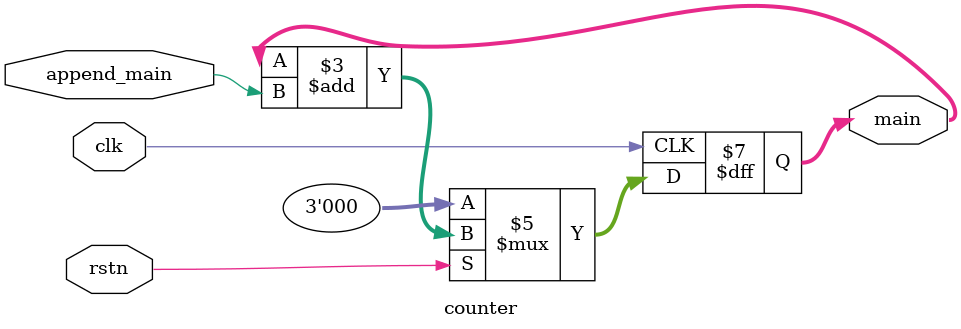
<source format=v>
module counter
#(
    parameter BW = 3
)
(
    output reg [BW-1:0] main,
    input clk, rstn, append_main
);
    always @(posedge clk) begin
        if (rstn != 1'b1) begin
            main <= {(BW){1'b0}}; 
        end else begin
            main <= main + append_main;
        end
    end
endmodule
// counter cnt0 (.main(), .clk(), .rstn(), .append_main());
</source>
